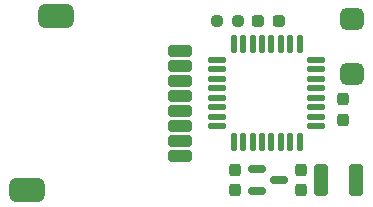
<source format=gbr>
%TF.GenerationSoftware,KiCad,Pcbnew,(6.0.5)*%
%TF.CreationDate,2023-02-03T09:53:40+08:00*%
%TF.ProjectId,Mini_Receiver,4d696e69-5f52-4656-9365-697665722e6b,rev?*%
%TF.SameCoordinates,Original*%
%TF.FileFunction,Paste,Top*%
%TF.FilePolarity,Positive*%
%FSLAX46Y46*%
G04 Gerber Fmt 4.6, Leading zero omitted, Abs format (unit mm)*
G04 Created by KiCad (PCBNEW (6.0.5)) date 2023-02-03 09:53:40*
%MOMM*%
%LPD*%
G01*
G04 APERTURE LIST*
G04 Aperture macros list*
%AMRoundRect*
0 Rectangle with rounded corners*
0 $1 Rounding radius*
0 $2 $3 $4 $5 $6 $7 $8 $9 X,Y pos of 4 corners*
0 Add a 4 corners polygon primitive as box body*
4,1,4,$2,$3,$4,$5,$6,$7,$8,$9,$2,$3,0*
0 Add four circle primitives for the rounded corners*
1,1,$1+$1,$2,$3*
1,1,$1+$1,$4,$5*
1,1,$1+$1,$6,$7*
1,1,$1+$1,$8,$9*
0 Add four rect primitives between the rounded corners*
20,1,$1+$1,$2,$3,$4,$5,0*
20,1,$1+$1,$4,$5,$6,$7,0*
20,1,$1+$1,$6,$7,$8,$9,0*
20,1,$1+$1,$8,$9,$2,$3,0*%
G04 Aperture macros list end*
%ADD10RoundRect,0.450000X-0.550000X0.450000X-0.550000X-0.450000X0.550000X-0.450000X0.550000X0.450000X0*%
%ADD11RoundRect,0.150000X-0.587500X-0.150000X0.587500X-0.150000X0.587500X0.150000X-0.587500X0.150000X0*%
%ADD12RoundRect,0.237500X0.250000X0.237500X-0.250000X0.237500X-0.250000X-0.237500X0.250000X-0.237500X0*%
%ADD13RoundRect,0.237500X0.237500X-0.300000X0.237500X0.300000X-0.237500X0.300000X-0.237500X-0.300000X0*%
%ADD14RoundRect,0.250000X-0.325000X-1.100000X0.325000X-1.100000X0.325000X1.100000X-0.325000X1.100000X0*%
%ADD15RoundRect,0.237500X-0.287500X-0.237500X0.287500X-0.237500X0.287500X0.237500X-0.287500X0.237500X0*%
%ADD16RoundRect,0.125000X0.125000X-0.625000X0.125000X0.625000X-0.125000X0.625000X-0.125000X-0.625000X0*%
%ADD17RoundRect,0.125000X0.625000X-0.125000X0.625000X0.125000X-0.625000X0.125000X-0.625000X-0.125000X0*%
%ADD18RoundRect,0.250000X0.750000X-0.250000X0.750000X0.250000X-0.750000X0.250000X-0.750000X-0.250000X0*%
%ADD19RoundRect,0.500000X1.000000X-0.500000X1.000000X0.500000X-1.000000X0.500000X-1.000000X-0.500000X0*%
G04 APERTURE END LIST*
D10*
%TO.C,SW1*%
X127381000Y-97014000D03*
X127381000Y-101614000D03*
%TD*%
D11*
%TO.C,U2*%
X119331500Y-109667000D03*
X119331500Y-111567000D03*
X121206500Y-110617000D03*
%TD*%
D12*
%TO.C,R1*%
X115927500Y-97155000D03*
X117752500Y-97155000D03*
%TD*%
D13*
%TO.C,C4*%
X126619000Y-105510500D03*
X126619000Y-103785500D03*
%TD*%
%TO.C,C2*%
X123063000Y-111479500D03*
X123063000Y-109754500D03*
%TD*%
D14*
%TO.C,C1*%
X124763000Y-110617000D03*
X127713000Y-110617000D03*
%TD*%
D13*
%TO.C,C3*%
X117475000Y-111479500D03*
X117475000Y-109754500D03*
%TD*%
D15*
%TO.C,D1*%
X121144000Y-97155000D03*
X119394000Y-97155000D03*
%TD*%
D16*
%TO.C,U1*%
X117342000Y-107426000D03*
X118142000Y-107426000D03*
X118942000Y-107426000D03*
X119742000Y-107426000D03*
X120542000Y-107426000D03*
X121342000Y-107426000D03*
X122142000Y-107426000D03*
X122942000Y-107426000D03*
D17*
X124317000Y-106051000D03*
X124317000Y-105251000D03*
X124317000Y-104451000D03*
X124317000Y-103651000D03*
X124317000Y-102851000D03*
X124317000Y-102051000D03*
X124317000Y-101251000D03*
X124317000Y-100451000D03*
D16*
X122942000Y-99076000D03*
X122142000Y-99076000D03*
X121342000Y-99076000D03*
X120542000Y-99076000D03*
X119742000Y-99076000D03*
X118942000Y-99076000D03*
X118142000Y-99076000D03*
X117342000Y-99076000D03*
D17*
X115967000Y-100451000D03*
X115967000Y-101251000D03*
X115967000Y-102051000D03*
X115967000Y-102851000D03*
X115967000Y-103651000D03*
X115967000Y-104451000D03*
X115967000Y-105251000D03*
X115967000Y-106051000D03*
%TD*%
D18*
%TO.C,U3*%
X112814000Y-108559600D03*
X112814000Y-107289600D03*
X112814000Y-106019600D03*
X112814000Y-104749600D03*
X112814000Y-103479600D03*
X112814000Y-102209600D03*
X112814000Y-100939600D03*
X112814000Y-99669600D03*
D19*
X102314000Y-96748600D03*
X99814000Y-111480600D03*
%TD*%
M02*

</source>
